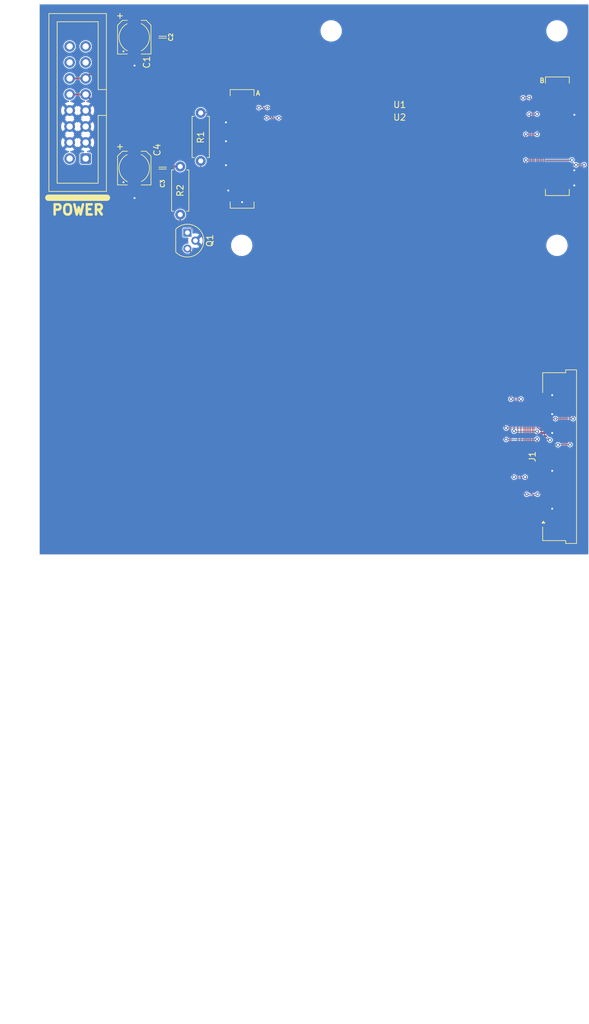
<source format=kicad_pcb>
(kicad_pcb (version 20241229) (generator "pcbnew") (generator_version "9.0")
  (layers (0 "F.Cu" signal) (2 "B.Cu" signal) (13 "F.Paste" user) (15 "B.Paste" user) (5 "F.SilkS" user "F.Silkscreen") (7 "B.SilkS" user "B.Silkscreen") (1 "F.Mask" user) (3 "B.Mask" user) (25 "Edge.Cuts" user))
  (net 0 "")
  (net 1 "+3V3")
  (net 2 "GND")
  (net 3 "+5V")
  (net 4 "+12V")
  (net 5 "/B5")
  (net 6 "/B7")
  (net 7 "/R5")
  (net 8 "/VSYNC")
  (net 9 "/G3")
  (net 10 "/B6")
  (net 11 "/R7")
  (net 12 "/G5")
  (net 13 "/G7")
  (net 14 "/LCD_SCK")
  (net 15 "/LCD_CS")
  (net 16 "/R3")
  (net 17 "Net-(Q1-C)")
  (net 18 "/R4")
  (net 19 "/LCD_SDA")
  (net 20 "/LCD_RESET")
  (net 21 "/G6")
  (net 22 "/HSYNC")
  (net 23 "/R6")
  (net 24 "/B3")
  (net 25 "/G4")
  (net 26 "/B4")
  (net 27 "/DE")
  (net 28 "/G2")
  (net 29 "/PWM_PCLK")
  (net 30 "Net-(Q1-B)")
  (net 31 "/PWM_BACKLIGHT")
  (net 72 "Net-(J1-LEDA)")
  (footprint "4ms_Capacitor:CP_Elec_5x5.3" (layer "F.Cu") (at 98.8165 48.2499 -90)
    (property "Reference" "C1")
    (property "Value" "47uF_5x5.3_16V" (hide yes))
  )
  (footprint "4ms_Connector:Pins_2x08_2.54mm_TH_EurorackPower_Shrouded" (layer "F.Cu") (at 89.8365 58.5999)
    (property "Reference" "J2")
    (property "Value" "Eurorack_Power_16pin_Shrouded")
  )
  (footprint "Resistor_THT:R_Axial_DIN0207_L6.3mm_D2.5mm_P7.62mm_Horizontal" (layer "F.Cu") (at 106.1065 76.3699 90)
    (property "Reference" "R2")
    (property "Value" "33Ω_0603")
  )
  (footprint "Resistor_THT:R_Axial_DIN0207_L6.3mm_D2.5mm_P7.62mm_Horizontal" (layer "F.Cu") (at 109.3565 60.2499 -90)
    (property "Reference" "R1")
    (property "Value" "1.5k_0603")
  )
  (footprint "Connector_FFC-FPC:Amphenol_F32R-1A7x1-11040_1x40-1MP_P0.5mm_Horizontal" (layer "F.Cu") (at 166.6065 114.7499 90)
    (property "Reference" "J1")
    (property "Value" "Conn_01x40_ER-TFT3.99-1")
  )
  (footprint "4ms_Capacitor:C_0603" (layer "F.Cu") (at 103.3165 68.9999 -90)
    (property "Reference" "C3")
    (property "Value" "100nF_0603_16V")
  )
  (footprint "4ms_Capacitor:C_0603" (layer "F.Cu") (at 103.3165 48.2499 -90)
    (property "Reference" "C2")
    (property "Value" "100nF_0603_16V")
  )
  (footprint "mp153-devboard:mp153-devboard-v0.1-sockets_B" (layer "F.Cu") (at 140.919 63.9555)
    (property "Reference" "U2")
    (property "Value" "~" (hide yes))
  )
  (footprint "Package_TO_SOT_THT:TO-92" (layer "F.Cu") (at 107.2465 79.2299 -90)
    (property "Reference" "Q1")
    (property "Value" "MMBT3904")
  )
  (footprint "mp153-devboard:mp153-devboard-v0.1-sockets_A" (layer "F.Cu") (at 140.919 63.9555)
    (property "Reference" "U1")
    (property "Value" "~" (hide yes))
  )
  (footprint "4ms_Capacitor:CP_Elec_5x5.3" (layer "F.Cu") (at 98.8165 68.9999 -90)
    (property "Reference" "C4")
    (property "Value" "47uF_5x5.3_16V" (hide yes))
  )
  (gr_rect (start 83.7259 42.9555) (end 170.9359 130.3355) (stroke (width 0.05)) (fill no) (layer "Edge.Cuts"))
  (segment (start 120.8371 70.9555) (end 121.2371 71.3555) (width 0.2032) (layer "F.Cu") (net 1))
  (segment (start 115.919 70.9555) (end 120.8371 70.9555) (width 0.2032) (layer "F.Cu") (net 1))
  (segment (start 156.9742 117.8176) (end 156.9742 107.0926) (width 0.2032) (layer "F.Cu") (net 1))
  (segment (start 121.2371 71.3555) (end 115.919 71.3555) (width 0.2032) (layer "F.Cu") (net 1))
  (segment (start 161.6565 122.4999) (end 156.9742 117.8176) (width 0.2032) (layer "F.Cu") (net 1))
  (segment (start 115.9188 71.3553) (end 115.919 71.3555) (width 0.127) (layer "F.Cu") (net 1))
  (segment (start 156.9742 107.0926) (end 121.2371 71.3555) (width 0.2032) (layer "F.Cu") (net 1))
  (segment (start 163.7065 122.4999) (end 161.6565 122.4999) (width 0.2032) (layer "F.Cu") (net 1))
  (segment (start 115.9193 71.3553) (end 115.9188 71.3553) (width 0.2032) (layer "F.Cu") (net 1))
  (segment (start 115.9188 68.5553) (end 115.919 68.5555) (width 0.127) (layer "F.Cu") (net 2))
  (segment (start 165.9193 71.7553) (end 165.9192 71.7553) (width 0.127) (layer "F.Cu") (net 2))
  (segment (start 164.4063 123.0003) (end 165.1063 123.0003) (width 0.2032) (layer "F.Cu") (net 2))
  (segment (start 98.8163 71.2003) (end 97.1563 71.2003) (width 0.2032) (layer "F.Cu") (net 2))
  (segment (start 113.5513 64.5555) (end 113.3563 64.7499) (width 0.2032) (layer "F.Cu") (net 2))
  (segment (start 164.4063 111.0003) (end 163.7069 111.0003) (width 0.127) (layer "F.Cu") (net 2))
  (segment (start 165.9193 60.5555) (end 168.6193 60.5555) (width 0.127) (layer "F.Cu") (net 2))
  (segment (start 115.919 64.1555) (end 113.9513 64.1555) (width 0.2032) (layer "F.Cu") (net 2))
  (segment (start 97.1563 71.2003) (end 97.1063 71.2503) (width 0.2032) (layer "F.Cu") (net 2))
  (segment (start 115.9193 71.7553) (end 114.8723 71.7553) (width 0.2032) (layer "F.Cu") (net 2))
  (segment (start 163.7069 108.0003) (end 163.7065 107.9999) (width 0.127) (layer "F.Cu") (net 2))
  (segment (start 101.9663 71.2003) (end 103.3163 69.8503) (width 0.3) (layer "F.Cu") (net 2))
  (segment (start 115.919 65.3555) (end 113.9623 65.3555) (width 0.2032) (layer "F.Cu") (net 2))
  (segment (start 113.8253 71.7553) (end 113.7993 71.7823) (width 0.2032) (layer "F.Cu") (net 2))
  (segment (start 115.9193 64.1555) (end 115.919 64.1555) (width 0.2032) (layer "F.Cu") (net 2))
  (segment (start 115.919 64.9555) (end 115.9193 64.9555) (width 0.2032) (layer "F.Cu") (net 2))
  (segment (start 165.9193 71.5553) (end 165.9193 71.7553) (width 0.127) (layer "F.Cu") (net 2))
  (segment (start 98.8163 73.7103) (end 98.8563 73.7503) (width 0.2032) (layer "F.Cu") (net 2))
  (segment (start 115.9193 65.3555) (end 115.919 65.3555) (width 0.2032) (layer "F.Cu") (net 2))
  (segment (start 114.9133 72.5553) (end 115.9193 72.5553) (width 0.2032) (layer "F.Cu") (net 2))
  (segment (start 113.7993 72.4813) (end 113.7253 72.5553) (width 0.2032) (layer "F.Cu") (net 2))
  (segment (start 113.5623 64.9555) (end 115.919 64.9555) (width 0.2032) (layer "F.Cu") (net 2))
  (segment (start 163.7063 123.0003) (end 164.4063 123.0003) (width 0.2032) (layer "F.Cu") (net 2))
  (segment (start 118.0012 73.9967) (end 117.9206 74.0773) (width 0.127) (layer "F.Cu") (net 2))
  (segment (start 163.7063 105.0003) (end 164.4063 105.0003) (width 0.2032) (layer "F.Cu") (net 2))
  (segment (start 164.4063 105.0003) (end 163.7069 105.0003) (width 0.127) (layer "F.Cu") (net 2))
  (segment (start 117.9206 74.0773) (end 115.9193 74.0773) (width 0.127) (layer "F.Cu") (net 2))
  (segment (start 114.8723 71.7553) (end 113.8253 71.7553) (width 0.2032) (layer "F.Cu") (net 2))
  (segment (start 165.9193 71.3553) (end 165.9193 71.5553) (width 0.127) (layer "F.Cu") (net 2))
  (segment (start 98.8163 71.2003) (end 99.8091 71.2003) (width 0.3) (layer "F.Cu") (net 2))
  (segment (start 165.9193 71.7553) (end 168.6013 71.7553) (width 0.127) (layer "F.Cu") (net 2))
  (segment (start 163.7063 111.0003) (end 164.4063 111.0003) (width 0.2032) (layer "F.Cu") (net 2))
  (segment (start 113.7253 72.5553) (end 114.9133 72.5553) (width 0.2032) (layer "F.Cu") (net 2))
  (segment (start 164.4063 105.0003) (end 165.1063 105.0003) (width 0.2032) (layer "F.Cu") (net 2))
  (segment (start 115.9193 62.1555) (end 115.919 62.1555) (width 0.2032) (layer "F.Cu") (net 2))
  (segment (start 113.7993 71.7823) (end 113.7993 72.4813) (width 0.2032) (layer "F.Cu") (net 2))
  (segment (start 168.6033 69.3553) (end 168.6063 69.3523) (width 0.127) (layer "F.Cu") (net 2))
  (segment (start 98.8165 50.4499) (end 101.9663 50.4499) (width 0.3) (layer "F.Cu") (net 2))
  (segment (start 165.9193 71.5553) (end 165.919 71.555) (width 0.127) (layer "F.Cu") (net 2))
  (segment (start 164.4063 123.0003) (end 163.7069 123.0003) (width 0.127) (layer "F.Cu") (net 2))
  (segment (start 163.7069 123.0003) (end 163.7065 122.9999) (width 0.127) (layer "F.Cu") (net 2))
  (segment (start 113.3563 64.7499) (end 113.5623 64.9555) (width 0.2032) (layer "F.Cu") (net 2))
  (segment (start 102.6413 49.7749) (end 103.3163 49.0999) (width 0.3) (layer "F.Cu") (net 2))
  (segment (start 115.9193 68.5553) (end 114.6453 68.5553) (width 0.127) (layer "F.Cu") (net 2))
  (segment (start 115.9193 73.7553) (end 115.9193 74.0773) (width 0.2032) (layer "F.Cu") (net 2))
  (segment (start 163.7063 117.0003) (end 164.4063 117.0003) (width 0.2032) (layer "F.Cu") (net 2))
  (segment (start 163.7069 117.0003) (end 163.7065 116.9999) (width 0.127) (layer "F.Cu") (net 2))
  (segment (start 114.9133 72.5553) (end 115.9188 72.5553) (width 0.127) (layer "F.Cu") (net 2))
  (segment (start 113.3713 68.5553) (end 113.3613 68.5463) (width 0.127) (layer "F.Cu") (net 2))
  (segment (start 98.8163 50.4499) (end 98.8163 52.7099) (width 0.2032) (layer "F.Cu") (net 2))
  (segment (start 164.4063 111.0003) (end 165.1063 111.0003) (width 0.2032) (layer "F.Cu") (net 2))
  (segment (start 98.8163 50.4499) (end 97.1563 50.4499) (width 0.2032) (layer "F.Cu") (net 2))
  (segment (start 114.6453 68.5553) (end 115.9188 68.5553) (width 0.127) (layer "F.Cu") (net 2))
  (segment (start 168.6013 71.7553) (end 168.6063 71.7503) (width 0.127) (layer "F.Cu") (net 2))
  (segment (start 99.8091 71.2003) (end 101.9663 71.2003) (width 0.3) (layer "F.Cu") (net 2))
  (segment (start 165.919 71.555) (end 165.919 71.3555) (width 0.127) (layer "F.Cu") (net 2))
  (segment (start 98.8163 52.7099) (end 98.8563 52.7499) (width 0.2032) (layer "F.Cu") (net 2))
  (segment (start 163.7069 111.0003) (end 163.7065 110.9999) (width 0.127) (layer "F.Cu") (net 2))
  (segment (start 99.8091 71.2003) (end 99.8087 71.1999) (width 0.127) (layer "F.Cu") (net 2))
  (segment (start 102.6415 49.7749) (end 103.3165 49.0999) (width 0.127) (layer "F.Cu") (net 2))
  (segment (start 114.8723 71.7553) (end 115.9188 71.7553) (width 0.127) (layer "F.Cu") (net 2))
  (segment (start 101.9663 50.4499) (end 102.6413 49.7749) (width 0.3) (layer "F.Cu") (net 2))
  (segment (start 113.7623 62.1555) (end 113.3563 61.7499) (width 0.2032) (layer "F.Cu") (net 2))
  (segment (start 164.4063 108.0003) (end 165.1063 108.0003) (width 0.2032) (layer "F.Cu") (net 2))
  (segment (start 114.6453 68.5553) (end 113.3713 68.5553) (width 0.127) (layer "F.Cu") (net 2))
  (segment (start 98.8165 71.1999) (end 99.8087 71.1999) (width 0.127) (layer "F.Cu") (net 2))
  (segment (start 164.4063 117.0003) (end 163.7069 117.0003) (width 0.127) (layer "F.Cu") (net 2))
  (segment (start 103.3163 69.8503) (end 103.3165 69.8501) (width 0.127) (layer "F.Cu") (net 2))
  (segment (start 164.4063 108.0003) (end 163.7069 108.0003) (width 0.127) (layer "F.Cu") (net 2))
  (segment (start 103.3165 69.8501) (end 103.3165 69.8499) (width 0.127) (layer "F.Cu") (net 2))
  (segment (start 97.1563 50.4499) (end 97.1063 50.4999) (width 0.2032) (layer "F.Cu") (net 2))
  (segment (start 115.919 64.5555) (end 113.5513 64.5555) (width 0.2032) (layer "F.Cu") (net 2))
  (segment (start 115.9188 72.5553) (end 115.919 72.5555) (width 0.127) (layer "F.Cu") (net 2))
  (segment (start 163.7063 108.0003) (end 164.4063 108.0003) (width 0.2032) (layer "F.Cu") (net 2))
  (segment (start 113.9623 65.3555) (end 113.3563 64.7499) (width 0.2032) (layer "F.Cu") (net 2))
  (segment (start 115.919 73.7555) (end 118.0012 73.7555) (width 0.127) (layer "F.Cu") (net 2))
  (segment (start 115.9188 71.7553) (end 115.919 71.7555) (width 0.127) (layer "F.Cu") (net 2))
  (segment (start 113.9513 64.1555) (end 113.3563 64.7499) (width 0.2032) (layer "F.Cu") (net 2))
  (segment (start 118.0012 73.7555) (end 118.0012 73.9967) (width 0.127) (layer "F.Cu") (net 2))
  (segment (start 165.9192 69.3553) (end 165.919 69.3555) (width 0.127) (layer "F.Cu") (net 2))
  (segment (start 164.4063 117.0003) (end 165.1063 117.0003) (width 0.2032) (layer "F.Cu") (net 2))
  (segment (start 115.9193 74.0773) (end 115.9193 74.3993) (width 0.2032) (layer "F.Cu") (net 2))
  (segment (start 165.9193 69.3553) (end 168.6033 69.3553) (width 0.127) (layer "F.Cu") (net 2))
  (segment (start 168.6193 60.5555) (end 168.6233 60.5513) (width 0.127) (layer "F.Cu") (net 2))
  (segment (start 163.7069 105.0003) (end 163.7065 104.9999) (width 0.127) (layer "F.Cu") (net 2))
  (segment (start 115.919 62.1555) (end 113.7623 62.1555) (width 0.2032) (layer "F.Cu") (net 2))
  (segment (start 115.9193 64.5555) (end 115.919 64.5555) (width 0.2032) (layer "F.Cu") (net 2))
  (segment (start 102.6413 49.7749) (end 102.6415 49.7749) (width 0.127) (layer "F.Cu") (net 2))
  (segment (start 165.9192 71.7553) (end 165.919 71.7555) (width 0.127) (layer "F.Cu") (net 2))
  (segment (start 98.8163 71.2003) (end 98.8163 73.7103) (width 0.2032) (layer "F.Cu") (net 2))
  (segment (start 165.9193 69.3553) (end 165.9192 69.3553) (width 0.127) (layer "F.Cu") (net 2))
  (segment (start 98.8163 50.4499) (end 98.8165 50.4499) (width 0.3) (layer "F.Cu") (net 2))
  (via (at 165.1063 117.0003) (size 0.6) (drill 0.3) (layers "F.Cu" "B.Cu") (net 2))
  (via (at 113.3613 68.5463) (size 0.6) (drill 0.3) (layers "F.Cu" "B.Cu") (net 2))
  (via (at 165.1063 111.0003) (size 0.6) (drill 0.3) (layers "F.Cu" "B.Cu") (net 2))
  (via (at 98.8563 73.7503) (size 0.6) (drill 0.3) (layers "F.Cu" "B.Cu") (net 2))
  (via (at 165.1063 123.0003) (size 0.6) (drill 0.3) (layers "F.Cu" "B.Cu") (net 2))
  (via (at 98.8563 52.7499) (size 0.6) (drill 0.3) (layers "F.Cu" "B.Cu") (net 2))
  (via (at 113.3563 61.7499) (size 0.6) (drill 0.3) (layers "F.Cu" "B.Cu") (net 2))
  (via (at 168.6233 60.5513) (size 0.6) (drill 0.3) (layers "F.Cu" "B.Cu") (net 2))
  (via (at 165.1063 108.0003) (size 0.6) (drill 0.3) (layers "F.Cu" "B.Cu") (net 2))
  (via (at 113.3563 64.7499) (size 0.6) (drill 0.3) (layers "F.Cu" "B.Cu") (net 2))
  (via (at 97.1063 50.4999) (size 0.6) (drill 0.3) (layers "F.Cu" "B.Cu") (net 2))
  (via (at 97.1063 71.2503) (size 0.6) (drill 0.3) (layers "F.Cu" "B.Cu") (net 2))
  (via (at 168.6063 71.7503) (size 0.6) (drill 0.3) (layers "F.Cu" "B.Cu") (net 2))
  (via (at 165.1063 105.0003) (size 0.6) (drill 0.3) (layers "F.Cu" "B.Cu") (net 2))
  (via (at 113.7253 72.5553) (size 0.6) (drill 0.3) (layers "F.Cu" "B.Cu") (net 2))
  (via (at 168.6063 69.3523) (size 0.6) (drill 0.3) (layers "F.Cu" "B.Cu") (net 2))
  (via (at 115.9193 74.3993) (size 0.6) (drill 0.3) (layers "F.Cu" "B.Cu") (net 2))
  (segment (start 115.919 63.1558) (end 115.919 63.3555) (width 0.127) (layer "F.Cu") (net 3))
  (segment (start 115.9193 62.8555) (end 115.919 62.8558) (width 0.127) (layer "F.Cu") (net 3))
  (segment (start 115.919 62.8558) (end 115.919 62.9555) (width 0.127) (layer "F.Cu") (net 3))
  (segment (start 98.8663 46.0499) (end 100.2163 47.3999) (width 0.3) (layer "F.Cu") (net 3))
  (segment (start 105.3563 62.4999) (end 113.3563 62.4999) (width 0.3) (layer "F.Cu") (net 3))
  (segment (start 98.8165 46.0499) (end 98.8663 46.0499) (width 0.3) (layer "F.Cu") (net 3))
  (segment (start 115.919 62.9555) (end 115.9193 62.9555) (width 0.3) (layer "F.Cu") (net 3))
  (segment (start 113.6063 62.7499) (end 113.8123 62.9555) (width 0.3) (layer "F.Cu") (net 3))
  (segment (start 115.9193 63.7555) (end 115.919 63.7555) (width 0.127) (layer "F.Cu") (net 3))
  (segment (start 113.3563 62.4999) (end 105.3563 62.4999) (width 0.2032) (layer "F.Cu") (net 3))
  (segment (start 115.9193 63.1555) (end 115.919 63.1558) (width 0.127) (layer "F.Cu") (net 3))
  (segment (start 100.2163 47.3999) (end 103.3165 47.3999) (width 0.3) (layer "F.Cu") (net 3))
  (segment (start 113.8123 62.9555) (end 115.919 62.9555) (width 0.3) (layer "F.Cu") (net 3))
  (segment (start 91.1063 54.7897) (end 91.1063 54.7899) (width 0.127) (layer "F.Cu") (net 3))
  (segment (start 115.919 62.5555) (end 115.9193 62.5555) (width 0.127) (layer "F.Cu") (net 3))
  (segment (start 115.9193 63.1555) (end 115.9193 62.8555) (width 0.2032) (layer "F.Cu") (net 3))
  (segment (start 88.5663 54.7899) (end 91.1063 54.7899) (width 0.3) (layer "F.Cu") (net 3))
  (segment (start 113.3563 62.4999) (end 113.6063 62.7499) (width 0.3) (layer "F.Cu") (net 3))
  (segment (start 98.8163 46.0499) (end 98.8165 46.0499) (width 0.3) (layer "F.Cu") (net 3))
  (segment (start 91.9193 53.9766) (end 91.1063 54.7897) (width 0.127) (layer "F.Cu") (net 3))
  (segment (start 103.3165 47.3999) (end 104.0063 47.3999) (width 0.3) (layer "F.Cu") (net 3))
  (segment (start 115.9193 62.8555) (end 115.9193 62.5555) (width 0.2032) (layer "F.Cu") (net 3))
  (segment (start 104.8563 48.2499) (end 104.8563 61.9999) (width 0.3) (layer "F.Cu") (net 3))
  (segment (start 104.8563 61.9999) (end 105.3563 62.4999) (width 0.3) (layer "F.Cu") (net 3))
  (segment (start 91.9193 53.9766) (end 98.8163 47.0799) (width 0.3) (layer "F.Cu") (net 3))
  (segment (start 91.1063 54.7899) (end 91.9193 53.9766) (width 0.3) (layer "F.Cu") (net 3))
  (segment (start 115.9193 63.7555) (end 115.9193 63.1555) (width 0.2032) (layer "F.Cu") (net 3))
  (segment (start 91.1065 54.7899) (end 91.1063 54.7899) (width 0.127) (layer "F.Cu") (net 3))
  (segment (start 104.0063 47.3999) (end 104.8563 48.2499) (width 0.3) (layer "F.Cu") (net 3))
  (segment (start 98.8163 47.0799) (end 98.8163 46.0499) (width 0.3) (layer "F.Cu") (net 3))
  (segment (start 88.5665 54.7899) (end 91.1065 54.7899) (width 0.127) (layer "B.Cu") (net 3))
  (segment (start 104.0063 68.1503) (end 104.6063 68.7503) (width 0.3) (layer "F.Cu") (net 4))
  (segment (start 106.1065 68.7499) (end 106.1063 68.7501) (width 0.127) (layer "F.Cu") (net 4))
  (segment (start 91.1063 57.33) (end 98.8163 65.0399) (width 0.3) (layer "F.Cu") (net 4))
  (segment (start 103.3169 68.1503) (end 103.3165 68.1499) (width 0.127) (layer "F.Cu") (net 4))
  (segment (start 103.6613 68.1503) (end 104.0063 68.1503) (width 0.3) (layer "F.Cu") (net 4))
  (segment (start 104.6063 68.7503) (end 106.1063 68.7503) (width 0.3) (layer "F.Cu") (net 4))
  (segment (start 91.1065 57.3299) (end 91.1063 57.3299) (width 0.127) (layer "F.Cu") (net 4))
  (segment (start 101.9663 66.7999) (end 103.3163 68.1503) (width 0.3) (layer "F.Cu") (net 4))
  (segment (start 98.8165 66.7999) (end 98.8163 66.7999) (width 0.127) (layer "F.Cu") (net 4))
  (segment (start 88.5663 57.3299) (end 91.1063 57.3299) (width 0.3) (layer "F.Cu") (net 4))
  (segment (start 98.8163 66.7999) (end 101.9663 66.7999) (width 0.3) (layer "F.Cu") (net 4))
  (segment (start 103.3163 68.1503) (end 103.6613 68.1503) (width 0.3) (layer "F.Cu") (net 4))
  (segment (start 98.8163 65.0399) (end 98.8163 66.7999) (width 0.3) (layer "F.Cu") (net 4))
  (segment (start 103.6613 68.1503) (end 103.3169 68.1503) (width 0.127) (layer "F.Cu") (net 4))
  (segment (start 91.1063 57.3299) (end 91.1063 57.33) (width 0.3) (layer "F.Cu") (net 4))
  (segment (start 91.1063 57.3299) (end 91.1063 57.33) (width 0.127) (layer "F.Cu") (net 4))
  (segment (start 106.1063 68.7501) (end 106.1063 68.7503) (width 0.127) (layer "F.Cu") (net 4))
  (segment (start 88.5665 57.3299) (end 91.1065 57.3299) (width 0.127) (layer "B.Cu") (net 4))
  (segment (start 168.0012 62.1555) (end 165.919 62.1555) (width 0.127) (layer "F.Cu") (net 5))
  (segment (start 169.3787 97.496024) (end 169.3787 63.533) (width 0.127) (layer "F.Cu") (net 5))
  (segment (start 169.3787 63.533) (end 168.0012 62.1555) (width 0.127) (layer "F.Cu") (net 5))
  (segment (start 163.7065 115.4999) (end 165.784824 115.4999) (width 0.127) (layer "F.Cu") (net 5))
  (segment (start 165.784824 115.4999) (end 167.1842 114.100524) (width 0.127) (layer "F.Cu") (net 5))
  (segment (start 167.1842 114.100524) (end 167.1842 99.690524) (width 0.127) (layer "F.Cu") (net 5))
  (segment (start 167.1842 99.690524) (end 169.3787 97.496024) (width 0.127) (layer "F.Cu") (net 5))
  (segment (start 161.9589 59.9242) (end 161.9589 113.2858) (width 0.127) (layer "F.Cu") (net 6))
  (segment (start 113.8375 58.891) (end 113.8375 57.864) (width 0.127) (layer "F.Cu") (net 6))
  (segment (start 163.173 114.4999) (end 163.7065 114.4999) (width 0.127) (layer "F.Cu") (net 6))
  (segment (start 115.919 58.9555) (end 113.902 58.9555) (width 0.127) (layer "F.Cu") (net 6))
  (segment (start 113.902 58.9555) (end 113.8375 58.891) (width 0.127) (layer "F.Cu") (net 6))
  (segment (start 161.4674 57.8176) (end 161.9492 58.2994) (width 0.127) (layer "F.Cu") (net 6))
  (segment (start 158.3242 57.8676) (end 158.3206 57.864) (width 0.127) (layer "F.Cu") (net 6))
  (segment (start 158.3206 57.864) (end 113.8375 57.864) (width 0.127) (layer "F.Cu") (net 6))
  (segment (start 161.9492 58.2994) (end 161.9492 59.9145) (width 0.127) (layer "F.Cu") (net 6))
  (segment (start 161.9589 113.2858) (end 163.173 114.4999) (width 0.127) (layer "F.Cu") (net 6))
  (segment (start 161.9492 59.9145) (end 161.9589 59.9242) (width 0.127) (layer "F.Cu") (net 6))
  (segment (start 160.4864 57.8676) (end 158.3242 57.8676) (width 0.127) (layer "F.Cu") (net 6))
  (via (at 160.4864 57.8676) (size 0.6) (drill 0.3) (layers "F.Cu" "B.Cu") (net 6))
  (via (at 161.4674 57.8176) (size 0.6) (drill 0.3) (layers "F.Cu" "B.Cu") (net 6))
  (segment (start 160.4864 57.8676) (end 161.4174 57.8676) (width 0.127) (layer "B.Cu") (net 6))
  (segment (start 161.4174 57.8676) (end 161.4674 57.8176) (width 0.127) (layer "B.Cu") (net 6))
  (segment (start 163.7065 109.4999) (end 165.5419 109.4999) (width 0.127) (layer "F.Cu") (net 7))
  (segment (start 163.8368 66.1555) (end 165.919 66.1555) (width 0.127) (layer "F.Cu") (net 7))
  (segment (start 163.2211 66.7712) (end 163.8368 66.1555) (width 0.127) (layer "F.Cu") (net 7))
  (segment (start 163.2211 98.985748) (end 163.2211 66.7712) (width 0.127) (layer "F.Cu") (net 7))
  (segment (start 166.1642 108.8776) (end 166.1642 101.928848) (width 0.127) (layer "F.Cu") (net 7))
  (segment (start 165.5419 109.4999) (end 166.1642 108.8776) (width 0.127) (layer "F.Cu") (net 7))
  (segment (start 166.1642 101.928848) (end 163.2211 98.985748) (width 0.127) (layer "F.Cu") (net 7))
  (segment (start 160.9109 68.332099) (end 161.146401 68.5676) (width 0.127) (layer "F.Cu") (net 8))
  (segment (start 168.223752 67.70532) (end 168.166998 67.762074) (width 0.127) (layer "F.Cu") (net 8))
  (segment (start 160.9109 67.7426) (end 160.9109 68.332099) (width 0.127) (layer "F.Cu") (net 8))
  (segment (start 163.2405 117.9999) (end 163.7065 117.9999) (width 0.127) (layer "F.Cu") (net 8))
  (segment (start 161.146401 68.5676) (end 161.146401 115.905801) (width 0.127) (layer "F.Cu") (net 8))
  (segment (start 168.131174 67.762074) (end 168.1246 67.7555) (width 0.127) (layer "F.Cu") (net 8))
  (segment (start 168.166998 67.762074) (end 168.131174 67.762074) (width 0.127) (layer "F.Cu") (net 8))
  (segment (start 161.146401 115.905801) (end 163.2405 117.9999) (width 0.127) (layer "F.Cu") (net 8))
  (segment (start 168.1246 67.7555) (end 165.919 67.7555) (width 0.127) (layer "F.Cu") (net 8))
  (via (at 160.9109 67.7426) (size 0.6) (drill 0.3) (layers "F.Cu" "B.Cu") (net 8))
  (via (at 168.223752 67.70532) (size 0.6) (drill 0.3) (layers "F.Cu" "B.Cu") (net 8))
  (segment (start 160.9109 67.7426) (end 168.14505 67.7426) (width 0.127) (layer "B.Cu") (net 8))
  (segment (start 168.14505 67.7426) (end 168.223752 67.663898) (width 0.127) (layer "B.Cu") (net 8))
  (segment (start 168.223752 67.663898) (end 168.223752 67.70532) (width 0.127) (layer "B.Cu") (net 8))
  (segment (start 162.2146 59.8429) (end 162.2146 112.4399) (width 0.127) (layer "F.Cu") (net 9))
  (segment (start 162.2146 112.4399) (end 163.2746 113.4999) (width 0.127) (layer "F.Cu") (net 9))
  (segment (start 163.2746 113.4999) (end 163.7065 113.4999) (width 0.127) (layer "F.Cu") (net 9))
  (segment (start 163.902 58.1555) (end 162.2146 59.8429) (width 0.127) (layer "F.Cu") (net 9))
  (segment (start 165.919 58.1555) (end 163.902 58.1555) (width 0.127) (layer "F.Cu") (net 9))
  (segment (start 169.1215 71.5389) (end 168.1381 70.5555) (width 0.127) (layer "F.Cu") (net 10))
  (segment (start 163.7065 114.9999) (end 165.9242 114.9999) (width 0.127) (layer "F.Cu") (net 10))
  (segment (start 165.9242 114.9999) (end 166.9292 113.9949) (width 0.127) (layer "F.Cu") (net 10))
  (segment (start 168.1381 70.5555) (end 165.919 70.5555) (width 0.127) (layer "F.Cu") (net 10))
  (segment (start 169.1215 97.3926) (end 169.1215 71.5389) (width 0.127) (layer "F.Cu") (net 10))
  (segment (start 166.9292 99.5849) (end 169.1215 97.3926) (width 0.127) (layer "F.Cu") (net 10))
  (segment (start 166.9292 113.9949) (end 166.9292 99.5849) (width 0.127) (layer "F.Cu") (net 10))
  (segment (start 170.6573 60.0116) (end 168.0012 57.3555) (width 0.127) (layer "F.Cu") (net 11))
  (segment (start 164.529 108.4999) (end 163.7065 108.4999) (width 0.127) (layer "F.Cu") (net 11))
  (segment (start 170.6573 97.305748) (end 170.6573 60.0116) (width 0.127) (layer "F.Cu") (net 11))
  (segment (start 168.4202 99.542848) (end 170.6573 97.305748) (width 0.127) (layer "F.Cu") (net 11))
  (segment (start 168.4202 108.7239) (end 168.4202 99.542848) (width 0.127) (layer "F.Cu") (net 11))
  (segment (start 168.0012 57.3555) (end 165.919 57.3555) (width 0.127) (layer "F.Cu") (net 11))
  (segment (start 165.6242 108.7239) (end 164.753 108.7239) (width 0.127) (layer "F.Cu") (net 11))
  (segment (start 164.753 108.7239) (end 164.529 108.4999) (width 0.127) (layer "F.Cu") (net 11))
  (via (at 168.4202 108.7239) (size 0.6) (drill 0.3) (layers "F.Cu" "B.Cu") (net 11))
  (via (at 165.6242 108.7239) (size 0.6) (drill 0.3) (layers "F.Cu" "B.Cu") (net 11))
  (segment (start 168.4202 108.7239) (end 165.6242 108.7239) (width 0.127) (layer "B.Cu") (net 11))
  (segment (start 168.3648 68.4913) (end 168.029 68.1555) (width 0.127) (layer "F.Cu") (net 12))
  (segment (start 168.029 68.1555) (end 165.919 68.1555) (width 0.127) (layer "F.Cu") (net 12))
  (segment (start 167.9297 112.8426) (end 167.9297 99.672724) (width 0.127) (layer "F.Cu") (net 12))
  (segment (start 164.256499 112.4999) (end 164.624199 112.8676) (width 0.127) (layer "F.Cu") (net 12))
  (segment (start 164.624199 112.8676) (end 166.0196 112.8676) (width 0.127) (layer "F.Cu") (net 12))
  (segment (start 169.9121 97.690324) (end 169.9121 68.7223) (width 0.127) (layer "F.Cu") (net 12))
  (segment (start 163.7065 112.4999) (end 164.256499 112.4999) (width 0.127) (layer "F.Cu") (net 12))
  (segment (start 169.9121 68.7223) (end 170.1668 68.4676) (width 0.127) (layer "F.Cu") (net 12))
  (segment (start 167.9297 99.672724) (end 169.9121 97.690324) (width 0.127) (layer "F.Cu") (net 12))
  (segment (start 168.8882 68.4913) (end 168.3648 68.4913) (width 0.127) (layer "F.Cu") (net 12))
  (via (at 167.9297 112.8426) (size 0.6) (drill 0.3) (layers "F.Cu" "B.Cu") (net 12))
  (via (at 166.0196 112.8676) (size 0.6) (drill 0.3) (layers "F.Cu" "B.Cu") (net 12))
  (via (at 170.1668 68.4676) (size 0.6) (drill 0.3) (layers "F.Cu" "B.Cu") (net 12))
  (via (at 168.8882 68.4913) (size 0.6) (drill 0.3) (layers "F.Cu" "B.Cu") (net 12))
  (segment (start 167.9297 112.8426) (end 166.0446 112.8426) (width 0.127) (layer "B.Cu") (net 12))
  (segment (start 168.8882 68.4913) (end 170.1431 68.4913) (width 0.127) (layer "B.Cu") (net 12))
  (segment (start 170.1431 68.4913) (end 170.1668 68.4676) (width 0.127) (layer "B.Cu") (net 12))
  (segment (start 166.0446 112.8426) (end 166.0196 112.8676) (width 0.127) (layer "B.Cu") (net 12))
  (segment (start 163.2641 111.4999) (end 162.714 110.9498) (width 0.127) (layer "F.Cu") (net 13))
  (segment (start 159.0587 110.7176) (end 159.0492 110.7081) (width 0.127) (layer "F.Cu") (net 13))
  (segment (start 118.0012 58.1555) (end 115.919 58.1555) (width 0.127) (layer "F.Cu") (net 13))
  (segment (start 162.714 110.9498) (end 162.714 110.7602) (width 0.127) (layer "F.Cu") (net 13))
  (segment (start 159.0492 99.2035) (end 118.0012 58.1555) (width 0.127) (layer "F.Cu") (net 13))
  (segment (start 159.0492 110.7081) (end 159.0492 99.2035) (width 0.127) (layer "F.Cu") (net 13))
  (segment (start 163.7065 111.4999) (end 163.2641 111.4999) (width 0.127) (layer "F.Cu") (net 13))
  (via (at 159.0587 110.7176) (size 0.6) (drill 0.3) (layers "F.Cu" "B.Cu") (net 13))
  (via (at 162.714 110.7602) (size 0.6) (drill 0.3) (layers "F.Cu" "B.Cu") (net 13))
  (segment (start 159.1013 110.7602) (end 159.0587 110.7176) (width 0.127) (layer "B.Cu") (net 13))
  (segment (start 162.714 110.7602) (end 159.1013 110.7602) (width 0.127) (layer "B.Cu") (net 13))
  (segment (start 160.1427 105.6204) (end 160.1427 118.0611) (width 0.127) (layer "F.Cu") (net 14))
  (segment (start 158.5492 105.6204) (end 158.5492 99.064124) (width 0.127) (layer "F.Cu") (net 14))
  (segment (start 160.1427 118.0611) (end 162.0815 119.9999) (width 0.127) (layer "F.Cu") (net 14))
  (segment (start 158.5492 99.064124) (end 120.040576 60.5555) (width 0.127) (layer "F.Cu") (net 14))
  (segment (start 120.040576 60.5555) (end 115.919 60.5555) (width 0.127) (layer "F.Cu") (net 14))
  (segment (start 162.0815 119.9999) (end 163.7065 119.9999) (width 0.127) (layer "F.Cu") (net 14))
  (via (at 158.5492 105.6204) (size 0.6) (drill 0.3) (layers "F.Cu" "B.Cu") (net 14))
  (via (at 160.1427 105.6204) (size 0.6) (drill 0.3) (layers "F.Cu" "B.Cu") (net 14))
  (segment (start 158.5492 105.6204) (end 160.1427 105.6204) (width 0.127) (layer "B.Cu") (net 14))
  (segment (start 122.097002 64.033986) (end 123.158439 64.033987) (width 0.127) (layer "F.Cu") (net 15))
  (segment (start 158.5492 117.4922) (end 159.0587 118.0017) (width 0.127) (layer "F.Cu") (net 15))
  (segment (start 123.158439 64.033987) (end 158.0577 98.933248) (width 0.127) (layer "F.Cu") (net 15))
  (segment (start 158.0577 108.4761) (end 158.5492 108.9676) (width 0.127) (layer "F.Cu") (net 15))
  (segment (start 119.418516 61.3555) (end 122.097002 64.033986) (width 0.127) (layer "F.Cu") (net 15))
  (segment (start 158.5492 108.9676) (end 158.5492 117.4922) (width 0.127) (layer "F.Cu") (net 15))
  (segment (start 162.2974 119.4999) (end 163.7065 119.4999) (width 0.127) (layer "F.Cu") (net 15))
  (segment (start 158.0577 98.933248) (end 158.0577 108.4761) (width 0.127) (layer "F.Cu") (net 15))
  (segment (start 115.919 61.3555) (end 119.418516 61.3555) (width 0.127) (layer "F.Cu") (net 15))
  (segment (start 160.7992 118.0017) (end 162.2974 119.4999) (width 0.127) (layer "F.Cu") (net 15))
  (via (at 160.7992 118.0017) (size 0.6) (drill 0.3) (layers "F.Cu" "B.Cu") (net 15))
  (via (at 159.0587 118.0017) (size 0.6) (drill 0.3) (layers "F.Cu" "B.Cu") (net 15))
  (segment (start 159.0587 118.0017) (end 160.7992 118.0017) (width 0.127) (layer "B.Cu") (net 15))
  (segment (start 163.2339 110.4999) (end 163.7065 110.4999) (width 0.127) (layer "F.Cu") (net 16))
  (segment (start 165.919 64.1555) (end 163.8368 64.1555) (width 0.127) (layer "F.Cu") (net 16))
  (segment (start 163.8368 64.1555) (end 162.6798 65.3125) (width 0.127) (layer "F.Cu") (net 16))
  (segment (start 162.6798 109.9458) (end 163.2339 110.4999) (width 0.127) (layer "F.Cu") (net 16))
  (segment (start 162.6798 65.3125) (end 162.6798 109.9458) (width 0.127) (layer "F.Cu") (net 16))
  (segment (start 163.7063 123.5001) (end 163.7063 123.5003) (width 0.127) (layer "F.Cu") (net 17))
  (segment (start 107.2465 81.7699) (end 148.9765 123.4999) (width 0.2032) (layer "F.Cu") (net 17))
  (segment (start 163.7063 123.9997) (end 163.7065 123.9999) (width 0.127) (layer "F.Cu") (net 17))
  (segment (start 148.9765 123.4999) (end 163.7065 123.4999) (width 0.2032) (layer "F.Cu") (net 17))
  (segment (start 163.7065 123.4999) (end 163.7065 123.9999) (width 0.2032) (layer "F.Cu") (net 17))
  (segment (start 163.7065 123.4999) (end 163.7063 123.5001) (width 0.127) (layer "F.Cu") (net 17))
  (segment (start 163.5055 67.2868) (end 163.5055 98.909524) (width 0.127) (layer "F.Cu") (net 18))
  (segment (start 166.4192 101.823224) (end 166.4192 109.1726) (width 0.127) (layer "F.Cu") (net 18))
  (segment (start 163.8368 66.9555) (end 163.5055 67.2868) (width 0.127) (layer "F.Cu") (net 18))
  (segment (start 165.5919 109.9999) (end 163.7065 109.9999) (width 0.127) (layer "F.Cu") (net 18))
  (segment (start 166.4192 109.1726) (end 165.5919 109.9999) (width 0.127) (layer "F.Cu") (net 18))
  (segment (start 163.5055 98.909524) (end 166.4192 101.823224) (width 0.127) (layer "F.Cu") (net 18))
  (segment (start 165.919 66.9555) (end 163.8368 66.9555) (width 0.127) (layer "F.Cu") (net 18))
  (segment (start 158.2942 109.073224) (end 158.2942 118.1452) (width 0.127) (layer "F.Cu") (net 19))
  (segment (start 160.8666 120.7176) (end 161.0492 120.7176) (width 0.127) (layer "F.Cu") (net 19))
  (segment (start 115.919 61.7555) (end 119.457892 61.7555) (width 0.127) (layer "F.Cu") (net 19))
  (segment (start 157.802701 108.581725) (end 158.2942 109.073224) (width 0.127) (layer "F.Cu") (net 19))
  (segment (start 121.991378 64.288986) (end 123.052814 64.288986) (width 0.127) (layer "F.Cu") (net 19))
  (segment (start 163.7065 120.4999) (end 162.984474 120.4999) (width 0.127) (layer "F.Cu") (net 19))
  (segment (start 157.8027 99.038872) (end 157.802701 108.581725) (width 0.127) (layer "F.Cu") (net 19))
  (segment (start 162.984474 120.4999) (end 162.778173 120.706201) (width 0.127) (layer "F.Cu") (net 19))
  (segment (start 119.457892 61.7555) (end 121.991378 64.288986) (width 0.127) (layer "F.Cu") (net 19))
  (segment (start 158.2942 118.1452) (end 160.8666 120.7176) (width 0.127) (layer "F.Cu") (net 19))
  (segment (start 123.052814 64.288986) (end 157.8027 99.038872) (width 0.127) (layer "F.Cu") (net 19))
  (via (at 162.778173 120.706201) (size 0.6) (drill 0.3) (layers "F.Cu" "B.Cu") (net 19))
  (via (at 161.0492 120.7176) (size 0.6) (drill 0.3) (layers "F.Cu" "B.Cu") (net 19))
  (segment (start 161.0492 120.7176) (end 162.766774 120.7176) (width 0.127) (layer "B.Cu") (net 19))
  (segment (start 162.766774 120.7176) (end 162.778173 120.706201) (width 0.127) (layer "B.Cu") (net 19))
  (segment (start 159.6512 118.4077) (end 163.2434 121.9999) (width 0.127) (layer "F.Cu") (net 20))
  (segment (start 119.6587 60.9555) (end 115.919 60.9555) (width 0.127) (layer "F.Cu") (net 20))
  (segment (start 155.3776 61.046) (end 159.6512 65.3196) (width 0.127) (layer "F.Cu") (net 20))
  (segment (start 119.7492 61.046) (end 119.6587 60.9555) (width 0.127) (layer "F.Cu") (net 20))
  (segment (start 163.2434 121.9999) (end 163.7065 121.9999) (width 0.127) (layer "F.Cu") (net 20))
  (segment (start 119.804102 61.046) (end 119.7492 61.046) (width 0.127) (layer "F.Cu") (net 20))
  (segment (start 159.6512 65.3196) (end 159.6512 118.4077) (width 0.127) (layer "F.Cu") (net 20))
  (segment (start 121.7492 61.046) (end 155.3776 61.046) (width 0.127) (layer "F.Cu") (net 20))
  (via (at 121.7492 61.046) (size 0.6) (drill 0.3) (layers "F.Cu" "B.Cu") (net 20))
  (via (at 119.804102 61.046) (size 0.6) (drill 0.3) (layers "F.Cu" "B.Cu") (net 20))
  (segment (start 121.7492 61.046) (end 119.804102 61.046) (width 0.127) (layer "B.Cu") (net 20))
  (segment (start 157.5477 99.144496) (end 124.158704 65.7555) (width 0.127) (layer "F.Cu") (net 21))
  (segment (start 157.7992 110.2176) (end 157.5477 109.9661) (width 0.127) (layer "F.Cu") (net 21))
  (segment (start 163.7065 111.9999) (end 164.6514 111.9999) (width 0.127) (layer "F.Cu") (net 21))
  (segment (start 124.158704 65.7555) (end 115.919 65.7555) (width 0.127) (layer "F.Cu") (net 21))
  (segment (start 164.6514 111.9999) (end 164.7609 112.1094) (width 0.127) (layer "F.Cu") (net 21))
  (segment (start 157.5477 109.9661) (end 157.5477 99.144496) (width 0.127) (layer "F.Cu") (net 21))
  (via (at 157.7992 110.2176) (size 0.6) (drill 0.3) (layers "F.Cu" "B.Cu") (net 21))
  (via (at 164.7609 112.1094) (size 0.6) (drill 0.3) (layers "F.Cu" "B.Cu") (net 21))
  (segment (start 157.7992 110.2176) (end 162.8691 110.2176) (width 0.127) (layer "B.Cu") (net 21))
  (segment (start 162.8691 110.2176) (end 164.7609 112.1094) (width 0.127) (layer "B.Cu") (net 21))
  (segment (start 168.2992 98.9426) (end 169.6521 97.5897) (width 0.127) (layer "F.Cu") (net 22))
  (segment (start 167.4392 99.796148) (end 168.292748 98.9426) (width 0.127) (layer "F.Cu") (net 22))
  (segment (start 169.6521 60.2064) (end 168.0012 58.5555) (width 0.127) (layer "F.Cu") (net 22))
  (segment (start 167.4392 115.6849) (end 167.439199 113.994899) (width 0.127) (layer "F.Cu") (net 22))
  (segment (start 168.292748 98.9426) (end 168.2992 98.9426) (width 0.127) (layer "F.Cu") (net 22))
  (segment (start 167.439199 113.994899) (end 167.4392 99.796148) (width 0.127) (layer "F.Cu") (net 22))
  (segment (start 165.6242 117.4999) (end 167.4392 115.6849) (width 0.127) (layer "F.Cu") (net 22))
  (segment (start 169.6521 97.5897) (end 169.6521 60.2064) (width 0.127) (layer "F.Cu") (net 22))
  (segment (start 168.0012 58.5555) (end 165.919 58.5555) (width 0.127) (layer "F.Cu") (net 22))
  (segment (start 163.7065 117.4999) (end 165.6242 117.4999) (width 0.127) (layer "F.Cu") (net 22))
  (segment (start 162.9392 108.7124) (end 163.2267 108.9999) (width 0.127) (layer "F.Cu") (net 23))
  (segment (start 162.9392 65.8531) (end 162.9392 108.7124) (width 0.127) (layer "F.Cu") (net 23))
  (segment (start 165.919 64.9555) (end 163.8368 64.9555) (width 0.127) (layer "F.Cu") (net 23))
  (segment (start 163.8368 64.9555) (end 162.9392 65.8531) (width 0.127) (layer "F.Cu") (net 23))
  (segment (start 163.2267 108.9999) (end 163.7065 108.9999) (width 0.127) (layer "F.Cu") (net 23))
  (segment (start 163.2413 116.4999) (end 163.7065 116.4999) (width 0.127) (layer "F.Cu") (net 24))
  (segment (start 161.4014 64.6676) (end 161.4014 114.66) (width 0.127) (layer "F.Cu") (net 24))
  (segment (start 161.4014 114.66) (end 163.2413 116.4999) (width 0.127) (layer "F.Cu") (net 24))
  (segment (start 165.919 56.5555) (end 161.5613 56.5555) (width 0.127) (layer "F.Cu") (net 24))
  (segment (start 161.4031 64.6659) (end 161.4014 64.6676) (width 0.127) (layer "F.Cu") (net 24))
  (segment (start 161.5613 56.5555) (end 160.9769 57.1399) (width 0.127) (layer "F.Cu") (net 24))
  (segment (start 160.9769 61.7953) (end 161.4031 62.2215) (width 0.127) (layer "F.Cu") (net 24))
  (segment (start 160.9769 57.1399) (end 160.9769 61.7953) (width 0.127) (layer "F.Cu") (net 24))
  (segment (start 161.4031 62.2215) (end 161.4031 64.6659) (width 0.127) (layer "F.Cu") (net 24))
  (segment (start 157.2927 99.25012) (end 126.99808 68.9555) (width 0.127) (layer "F.Cu") (net 25))
  (segment (start 157.8037 112.030736) (end 157.2927 111.519736) (width 0.127) (layer "F.Cu") (net 25))
  (segment (start 126.99808 68.9555) (end 115.919 68.9555) (width 0.127) (layer "F.Cu") (net 25))
  (segment (start 157.2927 111.519736) (end 157.2927 99.25012) (width 0.127) (layer "F.Cu") (net 25))
  (segment (start 162.7068 112.4284) (end 163.2783 112.9999) (width 0.127) (layer "F.Cu") (net 25))
  (segment (start 162.7068 111.955) (end 162.7068 112.4284) (width 0.127) (layer "F.Cu") (net 25))
  (segment (start 163.2783 112.9999) (end 163.7065 112.9999) (width 0.127) (layer "F.Cu") (net 25))
  (via (at 157.8037 112.030736) (size 0.6) (drill 0.3) (layers "F.Cu" "B.Cu") (net 25))
  (via (at 162.7068 111.955) (size 0.6) (drill 0.3) (layers "F.Cu" "B.Cu") (net 25))
  (segment (start 157.8037 112.030736) (end 162.631064 112.030736) (width 0.127) (layer "B.Cu") (net 25))
  (segment (start 162.631064 112.030736) (end 162.7068 111.955) (width 0.127) (layer "B.Cu") (net 25))
  (segment (start 163.2783 115.9999) (end 161.6578 114.3794) (width 0.127) (layer "F.Cu") (net 26))
  (segment (start 161.6578 114.3794) (end 161.6578 60.632) (width 0.127) (layer "F.Cu") (net 26))
  (segment (start 162.7051 60.4367) (end 163.3863 59.7555) (width 0.127) (layer "F.Cu") (net 26))
  (segment (start 163.3863 59.7555) (end 165.919 59.7555) (width 0.127) (layer "F.Cu") (net 26))
  (segment (start 163.7065 115.9999) (end 163.2783 115.9999) (width 0.127) (layer "F.Cu") (net 26))
  (segment (start 161.6578 60.632) (end 161.4684 60.4426) (width 0.127) (layer "F.Cu") (net 26))
  (via (at 161.4684 60.4426) (size 0.6) (drill 0.3) (layers "F.Cu" "B.Cu") (net 26))
  (via (at 162.7051 60.4367) (size 0.6) (drill 0.3) (layers "F.Cu" "B.Cu") (net 26))
  (segment (start 161.4684 60.4426) (end 161.4743 60.4367) (width 0.127) (layer "B.Cu") (net 26))
  (segment (start 161.4743 60.4367) (end 162.7051 60.4367) (width 0.127) (layer "B.Cu") (net 26))
  (segment (start 160.8914 105.931812) (end 160.891401 116.158801) (width 0.127) (layer "F.Cu") (net 27))
  (segment (start 162.7051 63.6426) (end 163.3242 63.0235) (width 0.127) (layer "F.Cu") (net 27))
  (segment (start 160.8892 68.8326) (end 160.8892 105.31119) (width 0.127) (layer "F.Cu") (net 27))
  (segment (start 160.891401 116.158801) (end 163.2325 118.4999) (width 0.127) (layer "F.Cu") (net 27))
  (segment (start 160.9126 66.5042) (end 160.4194 66.9974) (width 0.127) (layer "F.Cu") (net 27))
  (segment (start 160.4194 66.9974) (end 160.4194 68.3628) (width 0.127) (layer "F.Cu") (net 27))
  (segment (start 160.889199 105.929611) (end 160.8914 105.931812) (width 0.127) (layer "F.Cu") (net 27))
  (segment (start 163.2325 118.4999) (end 163.7065 118.4999) (width 0.127) (layer "F.Cu") (net 27))
  (segment (start 163.3242 60.6235) (end 163.7922 60.1555) (width 0.127) (layer "F.Cu") (net 27))
  (segment (start 163.3242 63.0235) (end 163.3242 60.6235) (width 0.127) (layer "F.Cu") (net 27))
  (segment (start 160.4194 68.3628) (end 160.8892 68.8326) (width 0.127) (layer "F.Cu") (net 27))
  (segment (start 163.7922 60.1555) (end 165.919 60.1555) (width 0.127) (layer "F.Cu") (net 27))
  (segment (start 160.8892 105.31119) (end 160.889199 105.929611) (width 0.127) (layer "F.Cu") (net 27))
  (segment (start 160.9126 63.640597) (end 160.9126 66.5042) (width 0.127) (layer "F.Cu") (net 27))
  (via (at 160.9126 63.640597) (size 0.6) (drill 0.3) (layers "F.Cu" "B.Cu") (net 27))
  (via (at 162.7051 63.6426) (size 0.6) (drill 0.3) (layers "F.Cu" "B.Cu") (net 27))
  (segment (start 162.703097 63.640597) (end 162.7051 63.6426) (width 0.127) (layer "B.Cu") (net 27))
  (segment (start 160.9126 63.640597) (end 162.703097 63.640597) (width 0.127) (layer "B.Cu") (net 27))
  (segment (start 163.8368 67.3555) (end 165.919 67.3555) (width 0.127) (layer "F.Cu") (net 28))
  (segment (start 163.7065 113.9999) (end 165.9169 113.9999) (width 0.127) (layer "F.Cu") (net 28))
  (segment (start 166.6742 101.7176) (end 163.8368 98.8802) (width 0.127) (layer "F.Cu") (net 28))
  (segment (start 163.8368 98.8802) (end 163.8368 67.3555) (width 0.127) (layer "F.Cu") (net 28))
  (segment (start 166.6742 113.2426) (end 166.6742 101.7176) (width 0.127) (layer "F.Cu") (net 28))
  (segment (start 165.9169 113.9999) (end 166.6742 113.2426) (width 0.127) (layer "F.Cu") (net 28))
  (segment (start 160.6342 68.9526) (end 159.9992 68.3176) (width 0.127) (layer "F.Cu") (net 29))
  (segment (start 118.571914 59.419886) (end 118.507528 59.3555) (width 0.127) (layer "F.Cu") (net 29))
  (segment (start 159.9992 68.3176) (end 159.9992 64.8078) (width 0.127) (layer "F.Cu") (net 29))
  (segment (start 159.9992 64.8078) (end 154.593757 59.402357) (width 0.127) (layer "F.Cu") (net 29))
  (segment (start 154.593757 59.402357) (end 119.941729 59.402357) (width 0.127) (layer "F.Cu") (net 29))
  (segment (start 163.7065 118.9999) (end 163.244 118.9999) (width 0.127) (layer "F.Cu") (net 29))
  (segment (start 118.507528 59.3555) (end 115.919 59.3555) (width 0.127) (layer "F.Cu") (net 29))
  (segment (start 163.244 118.9999) (end 160.6342 116.3901) (width 0.127) (layer "F.Cu") (net 29))
  (segment (start 160.6342 116.3901) (end 160.6342 68.9526) (width 0.127) (layer "F.Cu") (net 29))
  (via (at 118.571914 59.419886) (size 0.6) (drill 0.3) (layers "F.Cu" "B.Cu") (net 29))
  (via (at 119.941729 59.402357) (size 0.6) (drill 0.3) (layers "F.Cu" "B.Cu") (net 29))
  (segment (start 119.941729 59.402357) (end 119.9242 59.419886) (width 0.127) (layer "B.Cu") (net 29))
  (segment (start 119.9242 59.419886) (end 118.571914 59.419886) (width 0.127) (layer "B.Cu") (net 29))
  (segment (start 109.3565 67.8699) (end 109.3563 67.8701) (width 0.127) (layer "F.Cu") (net 30))
  (segment (start 109.3563 77.1203) (end 108.0887 78.3879) (width 0.127) (layer "F.Cu") (net 30))
  (segment (start 109.3563 67.8703) (end 109.3563 77.1203) (width 0.127) (layer "F.Cu") (net 30))
  (segment (start 108.0887 78.3879) (end 107.2463 79.2303) (width 0.127) (layer "F.Cu") (net 30))
  (segment (start 109.3563 67.8701) (end 109.3563 67.8703) (width 0.127) (layer "F.Cu") (net 30))
  (segment (start 109.4038 60.2027) (end 109.3563 60.2499) (width 0.127) (layer "F.Cu") (net 31))
  (segment (start 109.4513 60.1555) (end 109.4038 60.2027) (width 0.127) (layer "F.Cu") (net 31))
  (segment (start 109.4038 60.2027) (end 109.4037 60.2027) (width 0.127) (layer "F.Cu") (net 31))
  (segment (start 109.4037 60.2027) (end 109.3565 60.2499) (width 0.127) (layer "F.Cu") (net 31))
  (segment (start 115.9193 60.1555) (end 115.919 60.1555) (width 0.127) (layer "F.Cu") (net 31))
  (segment (start 115.919 60.1555) (end 109.4513 60.1555) (width 0.127) (layer "F.Cu") (net 31))
  (segment (start 106.1065 76.3699) (end 106.1063 76.3701) (width 0.127) (layer "F.Cu") (net 72))
  (segment (start 106.1063 81.873643) (end 106.1063 76.3703) (width 0.2032) (layer "F.Cu") (net 72))
  (segment (start 148.732957 124.5003) (end 106.1063 81.873643) (width 0.2032) (layer "F.Cu") (net 72))
  (segment (start 163.7065 124.4999) (end 153.3496 124.4999) (width 0.2032) (layer "F.Cu") (net 72))
  (segment (start 163.7061 124.5003) (end 163.7065 124.4999) (width 0.127) (layer "F.Cu") (net 72))
  (segment (start 153.3492 124.5003) (end 148.732957 124.5003) (width 0.2032) (layer "F.Cu") (net 72))
  (segment (start 153.3496 124.4999) (end 153.3492 124.5003) (width 0.2032) (layer "F.Cu") (net 72))
  (segment (start 106.1063 76.3701) (end 106.1063 76.3703) (width 0.127) (layer "F.Cu") (net 72))
  (zone (net 2) (net_name "GND") (layer "B.Cu") (connect_pads (clearance 0.12)) (min_thickness 0.25) (fill yes (thermal_gap 0.5) (thermal_bridge_width 0.5))
    (polygon (pts (xy 83.7259 42.9555) (xy 83.7259 130.3355) (xy 170.9359 130.3355) (xy 170.9359 42.9555)))
  )
)
</source>
